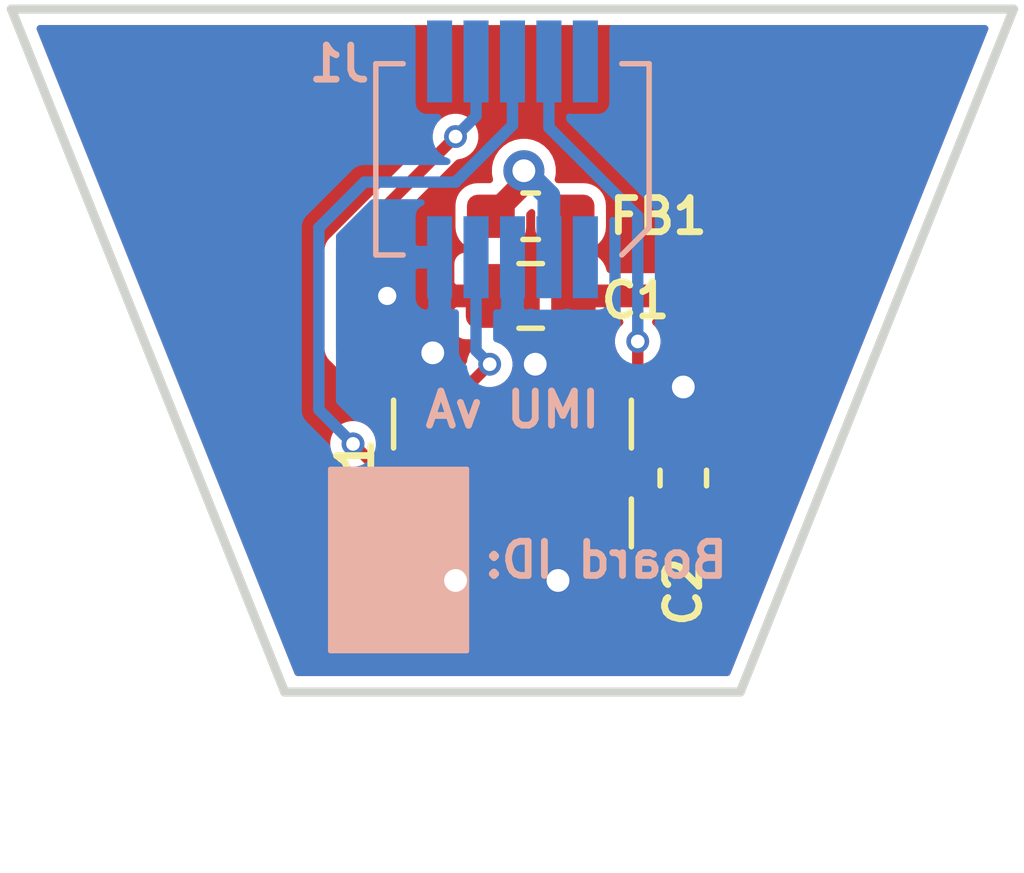
<source format=kicad_pcb>
(kicad_pcb (version 20171130) (host pcbnew "(5.1.6)-1")

  (general
    (thickness 1.6)
    (drawings 4)
    (tracks 62)
    (zones 0)
    (modules 7)
    (nets 8)
  )

  (page A4)
  (title_block
    (title IMU)
    (date 2021-04-10)
    (rev vA)
    (comment 1 "Matthew Jackson")
  )

  (layers
    (0 F.Cu signal)
    (31 B.Cu signal)
    (34 B.Paste user)
    (35 F.Paste user)
    (36 B.SilkS user)
    (37 F.SilkS user)
    (38 B.Mask user)
    (39 F.Mask user)
    (44 Edge.Cuts user)
    (45 Margin user hide)
    (46 B.CrtYd user hide)
    (47 F.CrtYd user hide)
    (48 B.Fab user hide)
    (49 F.Fab user hide)
  )

  (setup
    (last_trace_width 0.25)
    (user_trace_width 0.25)
    (user_trace_width 0.5)
    (trace_clearance 0.2)
    (zone_clearance 0.508)
    (zone_45_only no)
    (trace_min 0.15)
    (via_size 0.8)
    (via_drill 0.4)
    (via_min_size 0.4)
    (via_min_drill 0.3)
    (user_via 0.5 0.3)
    (user_via 0.9 0.5)
    (uvia_size 0.3)
    (uvia_drill 0.1)
    (uvias_allowed no)
    (uvia_min_size 0.2)
    (uvia_min_drill 0.1)
    (edge_width 0.2)
    (segment_width 0.2)
    (pcb_text_width 0.3)
    (pcb_text_size 1.5 1.5)
    (mod_edge_width 0.15)
    (mod_text_size 0.75 0.75)
    (mod_text_width 0.15)
    (pad_size 1.524 1.524)
    (pad_drill 0.762)
    (pad_to_mask_clearance 0)
    (aux_axis_origin 0 0)
    (visible_elements 7FFFFFFF)
    (pcbplotparams
      (layerselection 0x010fc_ffffffff)
      (usegerberextensions true)
      (usegerberattributes true)
      (usegerberadvancedattributes true)
      (creategerberjobfile true)
      (excludeedgelayer true)
      (linewidth 0.100000)
      (plotframeref true)
      (viasonmask false)
      (mode 1)
      (useauxorigin false)
      (hpglpennumber 1)
      (hpglpenspeed 20)
      (hpglpendiameter 15.000000)
      (psnegative false)
      (psa4output false)
      (plotreference true)
      (plotvalue true)
      (plotinvisibletext false)
      (padsonsilk false)
      (subtractmaskfromsilk true)
      (outputformat 4)
      (mirror false)
      (drillshape 2)
      (scaleselection 1)
      (outputdirectory "Outputs/"))
  )

  (net 0 "")
  (net 1 "Net-(C1-Pad2)")
  (net 2 GND)
  (net 3 +3V3)
  (net 4 /MISO)
  (net 5 "/GPIO(CS)")
  (net 6 /MOSI)
  (net 7 /SCK)

  (net_class Default "This is the default net class."
    (clearance 0.2)
    (trace_width 0.25)
    (via_dia 0.8)
    (via_drill 0.4)
    (uvia_dia 0.3)
    (uvia_drill 0.1)
    (add_net +3V3)
    (add_net "/GPIO(CS)")
    (add_net /MISO)
    (add_net /MOSI)
    (add_net /SCK)
    (add_net GND)
    (add_net "Net-(C1-Pad2)")
  )

  (module USER_Connector_Molex:Molex_SlimStack_533071071_2x05_P0.8mm_Vertical_Female (layer B.Cu) (tedit 6070677A) (tstamp 6071248C)
    (at 150 100 180)
    (path /606E67B1)
    (fp_text reference J1 (at 3.8 2.1) (layer B.SilkS)
      (effects (font (size 0.75 0.75) (thickness 0.15)) (justify mirror))
    )
    (fp_text value Conn_01x10 (at 0 0) (layer B.Fab)
      (effects (font (size 1 1) (thickness 0.15)) (justify mirror))
    )
    (fp_line (start -3 -1.5) (end -3 2.1) (layer B.SilkS) (width 0.12))
    (fp_line (start -2.4 2.1) (end -3 2.1) (layer B.SilkS) (width 0.12))
    (fp_line (start 3 2.1) (end 3 -2.1) (layer B.SilkS) (width 0.12))
    (fp_line (start -2.4 -2.1) (end -3 -1.5) (layer B.SilkS) (width 0.12))
    (fp_line (start 2.4 2.1) (end 3 2.1) (layer B.SilkS) (width 0.12))
    (fp_line (start 2.4 -2.1) (end 3 -2.1) (layer B.SilkS) (width 0.12))
    (pad 5 smd rect (at 0 -2.15) (size 0.55 1.8) (layers B.Cu B.Paste B.Mask)
      (net 2 GND))
    (pad 3 smd rect (at -0.8 -2.15) (size 0.55 1.8) (layers B.Cu B.Paste B.Mask)
      (net 3 +3V3))
    (pad 1 smd rect (at -1.6 -2.15) (size 0.55 1.8) (layers B.Cu B.Paste B.Mask))
    (pad 8 smd rect (at 0.8 2.15) (size 0.55 1.8) (layers B.Cu B.Paste B.Mask)
      (net 6 /MOSI))
    (pad 7 smd rect (at 0.8 -2.15) (size 0.55 1.8) (layers B.Cu B.Paste B.Mask)
      (net 4 /MISO))
    (pad 6 smd rect (at 0 2.15) (size 0.55 1.8) (layers B.Cu B.Paste B.Mask)
      (net 7 /SCK))
    (pad 10 smd rect (at 1.6 2.15) (size 0.55 1.8) (layers B.Cu B.Paste B.Mask))
    (pad 9 smd rect (at 1.6 -2.15) (size 0.55 1.8) (layers B.Cu B.Paste B.Mask)
      (net 2 GND))
    (pad 4 smd rect (at -0.8 2.15) (size 0.55 1.8) (layers B.Cu B.Paste B.Mask)
      (net 5 "/GPIO(CS)"))
    (pad 2 smd rect (at -1.6 2.15) (size 0.55 1.8) (layers B.Cu B.Paste B.Mask))
    (model "${KICAD_USER_3DMOD_DIR}/Molex 533071071.step"
      (offset (xyz 0 0 1.8))
      (scale (xyz 1 1 1))
      (rotate (xyz 90 180 0))
    )
  )

  (module USER_Package_LGA:LGA-14_3x5mm_P0.8mm_LayoutBorder1x6y (layer F.Cu) (tedit 5D9F7937) (tstamp 606C970C)
    (at 150 106.9 90)
    (descr "LGA, 14 Pin (http://www.st.com/resource/en/datasheet/lsm303dlhc.pdf), generated with kicad-footprint-generator ipc_noLead_generator.py")
    (tags "LGA NoLead")
    (path /606E7695)
    (attr smd)
    (fp_text reference U1 (at 0 -3.45 90) (layer F.SilkS)
      (effects (font (size 0.75 0.75) (thickness 0.15)))
    )
    (fp_text value ADXL343 (at 0 3.45 90) (layer F.Fab)
      (effects (font (size 1 1) (thickness 0.15)))
    )
    (fp_line (start 0.56 -2.61) (end 1.61 -2.61) (layer F.SilkS) (width 0.12))
    (fp_line (start -0.56 2.61) (end -1.61 2.61) (layer F.SilkS) (width 0.12))
    (fp_line (start 0.56 2.61) (end 1.61 2.61) (layer F.SilkS) (width 0.12))
    (fp_line (start -0.75 -2.5) (end 1.5 -2.5) (layer F.Fab) (width 0.1))
    (fp_line (start 1.5 -2.5) (end 1.5 2.5) (layer F.Fab) (width 0.1))
    (fp_line (start 1.5 2.5) (end -1.5 2.5) (layer F.Fab) (width 0.1))
    (fp_line (start -1.5 2.5) (end -1.5 -1.75) (layer F.Fab) (width 0.1))
    (fp_line (start -1.5 -1.75) (end -0.75 -2.5) (layer F.Fab) (width 0.1))
    (fp_line (start -1.75 -2.75) (end -1.75 2.75) (layer F.CrtYd) (width 0.05))
    (fp_line (start -1.75 2.75) (end 1.75 2.75) (layer F.CrtYd) (width 0.05))
    (fp_line (start 1.75 2.75) (end 1.75 -2.75) (layer F.CrtYd) (width 0.05))
    (fp_line (start 1.75 -2.75) (end -1.75 -2.75) (layer F.CrtYd) (width 0.05))
    (fp_text user %R (at 0 0 90) (layer F.Fab)
      (effects (font (size 0.75 0.75) (thickness 0.15)))
    )
    (pad 1 smd roundrect (at -1 -2 90) (size 0.95 0.6) (layers F.Cu F.Paste F.Mask) (roundrect_rratio 0.25)
      (net 1 "Net-(C1-Pad2)"))
    (pad 2 smd roundrect (at -1 -1.2 90) (size 0.95 0.6) (layers F.Cu F.Paste F.Mask) (roundrect_rratio 0.25)
      (net 2 GND))
    (pad 3 smd roundrect (at -1 -0.4 90) (size 0.95 0.6) (layers F.Cu F.Paste F.Mask) (roundrect_rratio 0.25)
      (net 1 "Net-(C1-Pad2)"))
    (pad 4 smd roundrect (at -1 0.4 90) (size 0.95 0.6) (layers F.Cu F.Paste F.Mask) (roundrect_rratio 0.25)
      (net 2 GND))
    (pad 5 smd roundrect (at -1 1.2 90) (size 0.95 0.6) (layers F.Cu F.Paste F.Mask) (roundrect_rratio 0.25)
      (net 2 GND))
    (pad 6 smd roundrect (at -1 2 90) (size 0.95 0.6) (layers F.Cu F.Paste F.Mask) (roundrect_rratio 0.25)
      (net 1 "Net-(C1-Pad2)"))
    (pad 7 smd roundrect (at 0 2 90) (size 0.6 0.95) (layers F.Cu F.Paste F.Mask) (roundrect_rratio 0.25)
      (net 5 "/GPIO(CS)"))
    (pad 8 smd roundrect (at 1 2 90) (size 0.95 0.6) (layers F.Cu F.Paste F.Mask) (roundrect_rratio 0.25))
    (pad 9 smd roundrect (at 1 1.2 90) (size 0.95 0.6) (layers F.Cu F.Paste F.Mask) (roundrect_rratio 0.25))
    (pad 10 smd roundrect (at 1 0.4 90) (size 0.95 0.6) (layers F.Cu F.Paste F.Mask) (roundrect_rratio 0.25))
    (pad 11 smd roundrect (at 1 -0.4 90) (size 0.95 0.6) (layers F.Cu F.Paste F.Mask) (roundrect_rratio 0.25)
      (net 2 GND))
    (pad 12 smd roundrect (at 1 -1.2 90) (size 0.95 0.6) (layers F.Cu F.Paste F.Mask) (roundrect_rratio 0.25)
      (net 4 /MISO))
    (pad 13 smd roundrect (at 1 -2 90) (size 0.95 0.6) (layers F.Cu F.Paste F.Mask) (roundrect_rratio 0.25)
      (net 6 /MOSI))
    (pad 14 smd roundrect (at 0 -2 90) (size 0.6 0.95) (layers F.Cu F.Paste F.Mask) (roundrect_rratio 0.25)
      (net 7 /SCK))
    (model ${KISYS3DMOD}/Package_LGA.3dshapes/LGA-14_3x5mm_P0.8mm_LayoutBorder1x6y.wrl
      (at (xyz 0 0 0))
      (scale (xyz 1 1 1))
      (rotate (xyz 0 0 0))
    )
  )

  (module USER_PCB_Texts:Board_Number (layer B.Cu) (tedit 605B5AFC) (tstamp 60712710)
    (at 145.5 108.8)
    (path /606D76A9)
    (fp_text reference T2 (at 2.5 0) (layer B.Fab)
      (effects (font (size 0.75 0.75) (thickness 0.15)) (justify mirror))
    )
    (fp_text value "Board ID" (at 0 3) (layer B.Fab)
      (effects (font (size 1 1) (thickness 0.15)) (justify mirror))
    )
    (fp_poly (pts (xy 3.5 -2) (xy 0.5 -2) (xy 0.5 2) (xy 3.5 2)) (layer B.SilkS) (width 0.1))
    (fp_text user "Board ID:" (at 9.3 0) (layer B.SilkS)
      (effects (font (size 0.75 0.75) (thickness 0.15)) (justify left mirror))
    )
  )

  (module USER_PCB_Texts:PCB_Title_&_Version (layer F.Cu) (tedit 605B5C4B) (tstamp 606C96E7)
    (at 147.594999 110.734999)
    (path /606D74F9)
    (fp_text reference T1 (at -2.844999 4.265001) (layer F.Fab)
      (effects (font (size 0.75 0.75) (thickness 0.15)))
    )
    (fp_text value "IMU vA" (at 2.405001 -5.234999) (layer B.SilkS)
      (effects (font (size 0.75 0.75) (thickness 0.15)) (justify mirror))
    )
  )

  (module USER_Inductor_SMD:L_0603_1608Metric_Pad1.05x0.95mm_HandSolder (layer F.Cu) (tedit 5B301BBE) (tstamp 606C96E3)
    (at 150.4 101.25)
    (descr "Capacitor SMD 0603 (1608 Metric), square (rectangular) end terminal, IPC_7351 nominal with elongated pad for handsoldering. (Body size source: http://www.tortai-tech.com/upload/download/2011102023233369053.pdf), generated with kicad-footprint-generator")
    (tags "inductor handsolder")
    (path /606E76DD)
    (attr smd)
    (fp_text reference FB1 (at 2.8 0) (layer F.SilkS)
      (effects (font (size 0.75 0.75) (thickness 0.15)))
    )
    (fp_text value "1k, 600mA" (at 0 1.43) (layer F.Fab)
      (effects (font (size 1 1) (thickness 0.15)))
    )
    (fp_line (start -0.8 0.4) (end -0.8 -0.4) (layer F.Fab) (width 0.1))
    (fp_line (start -0.8 -0.4) (end 0.8 -0.4) (layer F.Fab) (width 0.1))
    (fp_line (start 0.8 -0.4) (end 0.8 0.4) (layer F.Fab) (width 0.1))
    (fp_line (start 0.8 0.4) (end -0.8 0.4) (layer F.Fab) (width 0.1))
    (fp_line (start -0.171267 -0.51) (end 0.171267 -0.51) (layer F.SilkS) (width 0.12))
    (fp_line (start -0.171267 0.51) (end 0.171267 0.51) (layer F.SilkS) (width 0.12))
    (fp_line (start -1.65 0.73) (end -1.65 -0.73) (layer F.CrtYd) (width 0.05))
    (fp_line (start -1.65 -0.73) (end 1.65 -0.73) (layer F.CrtYd) (width 0.05))
    (fp_line (start 1.65 -0.73) (end 1.65 0.73) (layer F.CrtYd) (width 0.05))
    (fp_line (start 1.65 0.73) (end -1.65 0.73) (layer F.CrtYd) (width 0.05))
    (fp_text user %R (at 0 0) (layer F.Fab)
      (effects (font (size 0.75 0.75) (thickness 0.15)))
    )
    (pad 2 smd roundrect (at 0.875 0) (size 1.05 0.95) (layers F.Cu F.Paste F.Mask) (roundrect_rratio 0.25)
      (net 1 "Net-(C1-Pad2)"))
    (pad 1 smd roundrect (at -0.875 0) (size 1.05 0.95) (layers F.Cu F.Paste F.Mask) (roundrect_rratio 0.25)
      (net 3 +3V3))
    (model ${KISYS3DMOD}/Inductor_SMD.3dshapes/L_0603_1608Metric.wrl
      (at (xyz 0 0 0))
      (scale (xyz 1 1 1))
      (rotate (xyz 0 0 0))
    )
  )

  (module USER_Capacitor_SMD:C_0603_1608Metric_Pad1.05x0.95mm_HandSolder (layer F.Cu) (tedit 5B301BBE) (tstamp 606C96D2)
    (at 153.75 107 270)
    (descr "Capacitor SMD 0603 (1608 Metric), square (rectangular) end terminal, IPC_7351 nominal with elongated pad for handsoldering. (Body size source: http://www.tortai-tech.com/upload/download/2011102023233369053.pdf), generated with kicad-footprint-generator")
    (tags "capacitor handsolder")
    (path /606E76B8)
    (attr smd)
    (fp_text reference C2 (at 2.5 0 90) (layer F.SilkS)
      (effects (font (size 0.75 0.75) (thickness 0.15)))
    )
    (fp_text value 100nF (at 0 1.43 90) (layer F.Fab)
      (effects (font (size 1 1) (thickness 0.15)))
    )
    (fp_line (start -0.8 0.4) (end -0.8 -0.4) (layer F.Fab) (width 0.1))
    (fp_line (start -0.8 -0.4) (end 0.8 -0.4) (layer F.Fab) (width 0.1))
    (fp_line (start 0.8 -0.4) (end 0.8 0.4) (layer F.Fab) (width 0.1))
    (fp_line (start 0.8 0.4) (end -0.8 0.4) (layer F.Fab) (width 0.1))
    (fp_line (start -0.171267 -0.51) (end 0.171267 -0.51) (layer F.SilkS) (width 0.12))
    (fp_line (start -0.171267 0.51) (end 0.171267 0.51) (layer F.SilkS) (width 0.12))
    (fp_line (start -1.65 0.73) (end -1.65 -0.73) (layer F.CrtYd) (width 0.05))
    (fp_line (start -1.65 -0.73) (end 1.65 -0.73) (layer F.CrtYd) (width 0.05))
    (fp_line (start 1.65 -0.73) (end 1.65 0.73) (layer F.CrtYd) (width 0.05))
    (fp_line (start 1.65 0.73) (end -1.65 0.73) (layer F.CrtYd) (width 0.05))
    (fp_text user %R (at 0 0 90) (layer F.Fab)
      (effects (font (size 0.75 0.75) (thickness 0.15)))
    )
    (pad 2 smd roundrect (at 0.875 0 270) (size 1.05 0.95) (layers F.Cu F.Paste F.Mask) (roundrect_rratio 0.25)
      (net 1 "Net-(C1-Pad2)"))
    (pad 1 smd roundrect (at -0.875 0 270) (size 1.05 0.95) (layers F.Cu F.Paste F.Mask) (roundrect_rratio 0.25)
      (net 2 GND))
    (model ${KISYS3DMOD}/Capacitor_SMD.3dshapes/C_0603_1608Metric.wrl
      (at (xyz 0 0 0))
      (scale (xyz 1 1 1))
      (rotate (xyz 0 0 0))
    )
  )

  (module USER_Capacitor_SMD:C_0805_2012Metric (layer F.Cu) (tedit 5B36C52B) (tstamp 606C96C1)
    (at 150.4 103)
    (descr "Capacitor SMD 0805 (2012 Metric), square (rectangular) end terminal, IPC_7351 nominal, (Body size source: https://docs.google.com/spreadsheets/d/1BsfQQcO9C6DZCsRaXUlFlo91Tg2WpOkGARC1WS5S8t0/edit?usp=sharing), generated with kicad-footprint-generator")
    (tags capacitor)
    (path /606E76BF)
    (attr smd)
    (fp_text reference C1 (at 2.3 0.1) (layer F.SilkS)
      (effects (font (size 0.75 0.75) (thickness 0.15)))
    )
    (fp_text value 10uF (at 0 1.65) (layer F.Fab)
      (effects (font (size 1 1) (thickness 0.15)))
    )
    (fp_line (start -1 0.6) (end -1 -0.6) (layer F.Fab) (width 0.1))
    (fp_line (start -1 -0.6) (end 1 -0.6) (layer F.Fab) (width 0.1))
    (fp_line (start 1 -0.6) (end 1 0.6) (layer F.Fab) (width 0.1))
    (fp_line (start 1 0.6) (end -1 0.6) (layer F.Fab) (width 0.1))
    (fp_line (start -0.258578 -0.71) (end 0.258578 -0.71) (layer F.SilkS) (width 0.12))
    (fp_line (start -0.258578 0.71) (end 0.258578 0.71) (layer F.SilkS) (width 0.12))
    (fp_line (start -1.68 0.95) (end -1.68 -0.95) (layer F.CrtYd) (width 0.05))
    (fp_line (start -1.68 -0.95) (end 1.68 -0.95) (layer F.CrtYd) (width 0.05))
    (fp_line (start 1.68 -0.95) (end 1.68 0.95) (layer F.CrtYd) (width 0.05))
    (fp_line (start 1.68 0.95) (end -1.68 0.95) (layer F.CrtYd) (width 0.05))
    (fp_text user %R (at 0 0) (layer F.Fab)
      (effects (font (size 0.75 0.75) (thickness 0.15)))
    )
    (pad 2 smd roundrect (at 0.9375 0) (size 0.975 1.4) (layers F.Cu F.Paste F.Mask) (roundrect_rratio 0.25)
      (net 1 "Net-(C1-Pad2)"))
    (pad 1 smd roundrect (at -0.9375 0) (size 0.975 1.4) (layers F.Cu F.Paste F.Mask) (roundrect_rratio 0.25)
      (net 2 GND))
    (model ${KISYS3DMOD}/Capacitor_SMD.3dshapes/C_0805_2012Metric.wrl
      (at (xyz 0 0 0))
      (scale (xyz 1 1 1))
      (rotate (xyz 0 0 0))
    )
  )

  (gr_line (start 161 96.7) (end 155 111.7) (layer Edge.Cuts) (width 0.2) (tstamp 607126A0))
  (gr_line (start 139 96.7) (end 161 96.7) (layer Edge.Cuts) (width 0.2) (tstamp 6071268E))
  (gr_line (start 145 111.7) (end 139 96.7) (layer Edge.Cuts) (width 0.2) (tstamp 607126A1))
  (gr_line (start 155 111.7) (end 145 111.7) (layer Edge.Cuts) (width 0.2))

  (segment (start 151.275 102.9375) (end 151.3375 103) (width 0.5) (layer F.Cu) (net 1))
  (segment (start 151.275 101.25) (end 151.275 102.9375) (width 0.5) (layer F.Cu) (net 1))
  (segment (start 154.625 107.875) (end 153.75 107.875) (width 0.5) (layer F.Cu) (net 1))
  (segment (start 155.25 107.25) (end 154.625 107.875) (width 0.5) (layer F.Cu) (net 1))
  (segment (start 155.25 104) (end 155.25 107.25) (width 0.5) (layer F.Cu) (net 1))
  (segment (start 151.3375 103) (end 154.25 103) (width 0.5) (layer F.Cu) (net 1))
  (segment (start 154.25 103) (end 155.25 104) (width 0.5) (layer F.Cu) (net 1))
  (segment (start 152.025 107.875) (end 152 107.9) (width 0.5) (layer F.Cu) (net 1))
  (segment (start 153.75 107.875) (end 152.025 107.875) (width 0.5) (layer F.Cu) (net 1))
  (segment (start 152 107.9) (end 152 109.75) (width 0.25) (layer F.Cu) (net 1))
  (segment (start 152 109.75) (end 151.5 110.25) (width 0.25) (layer F.Cu) (net 1))
  (segment (start 148 108.5) (end 148 107.9) (width 0.25) (layer F.Cu) (net 1))
  (segment (start 147.974999 109.622001) (end 147.974999 108.525001) (width 0.25) (layer F.Cu) (net 1))
  (segment (start 147.974999 108.525001) (end 148 108.5) (width 0.25) (layer F.Cu) (net 1))
  (segment (start 148.602998 110.25) (end 147.974999 109.622001) (width 0.25) (layer F.Cu) (net 1))
  (segment (start 149.5 110.25) (end 148.602998 110.25) (width 0.25) (layer F.Cu) (net 1))
  (segment (start 149.6 110.1) (end 149.75 110.25) (width 0.25) (layer F.Cu) (net 1))
  (segment (start 149.6 109.85) (end 149.6 110.1) (width 0.25) (layer F.Cu) (net 1))
  (segment (start 149.6 107.9) (end 149.6 109.85) (width 0.25) (layer F.Cu) (net 1))
  (segment (start 151.5 110.25) (end 149.75 110.25) (width 0.25) (layer F.Cu) (net 1))
  (segment (start 149.75 110.25) (end 149.5 110.25) (width 0.25) (layer F.Cu) (net 1))
  (segment (start 149.6 110.15) (end 149.5 110.25) (width 0.25) (layer F.Cu) (net 1))
  (segment (start 149.6 109.85) (end 149.6 110.15) (width 0.25) (layer F.Cu) (net 1))
  (via (at 147.25 103) (size 0.8) (drill 0.4) (layers F.Cu B.Cu) (net 2))
  (via (at 148.25 104.25) (size 0.9) (drill 0.5) (layers F.Cu B.Cu) (net 2))
  (via (at 150.5 104.5) (size 0.9) (drill 0.5) (layers F.Cu B.Cu) (net 2))
  (via (at 153.75 105) (size 0.9) (drill 0.5) (layers F.Cu B.Cu) (net 2))
  (via (at 148.75 109.25) (size 0.9) (drill 0.5) (layers F.Cu B.Cu) (net 2))
  (via (at 151 109.25) (size 0.9) (drill 0.5) (layers F.Cu B.Cu) (net 2))
  (segment (start 150.8 102.15) (end 150.8 100.8) (width 0.5) (layer B.Cu) (net 3))
  (via (at 150.25 100.25) (size 0.9) (drill 0.5) (layers F.Cu B.Cu) (net 3))
  (segment (start 150.8 100.8) (end 150.25 100.25) (width 0.5) (layer B.Cu) (net 3))
  (segment (start 150.25 100.525) (end 149.525 101.25) (width 0.5) (layer F.Cu) (net 3))
  (segment (start 150.25 100.25) (end 150.25 100.525) (width 0.5) (layer F.Cu) (net 3))
  (via (at 149.5 104.5) (size 0.5) (drill 0.3) (layers F.Cu B.Cu) (net 4))
  (segment (start 149.2 102.15) (end 149.2 104.2) (width 0.25) (layer B.Cu) (net 4))
  (segment (start 149.2 104.2) (end 149.5 104.5) (width 0.25) (layer B.Cu) (net 4))
  (segment (start 148.8 105.2) (end 148.8 105.9) (width 0.25) (layer F.Cu) (net 4))
  (segment (start 149.5 104.5) (end 148.8 105.2) (width 0.25) (layer F.Cu) (net 4))
  (segment (start 152 106.9) (end 152.6 106.9) (width 0.25) (layer F.Cu) (net 5))
  (segment (start 152.6 106.9) (end 152.75 106.75) (width 0.25) (layer F.Cu) (net 5))
  (segment (start 152.75 106.75) (end 152.75 104) (width 0.25) (layer F.Cu) (net 5))
  (segment (start 152.75 104) (end 152.75 104) (width 0.25) (layer B.Cu) (net 5))
  (segment (start 150.8 99.3) (end 150.8 97.85) (width 0.25) (layer B.Cu) (net 5))
  (segment (start 152.75 101.25) (end 150.8 99.3) (width 0.25) (layer B.Cu) (net 5))
  (segment (start 152.75 104) (end 152.75 101.25) (width 0.25) (layer B.Cu) (net 5) (tstamp 60712CCE))
  (via (at 152.75 104) (size 0.5) (drill 0.3) (layers F.Cu B.Cu) (net 5))
  (segment (start 149.2 99.05) (end 148.75 99.5) (width 0.25) (layer B.Cu) (net 6))
  (segment (start 149.2 97.85) (end 149.2 99.05) (width 0.25) (layer B.Cu) (net 6))
  (segment (start 146.25 102) (end 148.75 99.5) (width 0.25) (layer F.Cu) (net 6))
  (segment (start 148 105.9) (end 146.25 104.15) (width 0.25) (layer F.Cu) (net 6))
  (segment (start 146.25 104.15) (end 146.25 102) (width 0.25) (layer F.Cu) (net 6))
  (via (at 148.75 99.5) (size 0.5) (drill 0.3) (layers F.Cu B.Cu) (net 6))
  (via (at 146.5 106.25) (size 0.5) (drill 0.3) (layers F.Cu B.Cu) (net 7))
  (segment (start 147.15 106.9) (end 148 106.9) (width 0.25) (layer F.Cu) (net 7))
  (segment (start 146.5 106.25) (end 147.15 106.9) (width 0.25) (layer F.Cu) (net 7))
  (segment (start 145.75 105.5) (end 146.5 106.25) (width 0.25) (layer B.Cu) (net 7))
  (segment (start 150 99.25) (end 148.75 100.5) (width 0.25) (layer B.Cu) (net 7))
  (segment (start 150 97.85) (end 150 99.25) (width 0.25) (layer B.Cu) (net 7))
  (segment (start 148.75 100.5) (end 146.75 100.5) (width 0.25) (layer B.Cu) (net 7))
  (segment (start 146.75 100.5) (end 145.75 101.5) (width 0.25) (layer B.Cu) (net 7))
  (segment (start 145.75 101.5) (end 145.75 105.5) (width 0.25) (layer B.Cu) (net 7))

  (zone (net 2) (net_name GND) (layer F.Cu) (tstamp 6071B7C8) (hatch edge 0.508)
    (connect_pads (clearance 0.25))
    (min_thickness 0.15)
    (fill yes (arc_segments 32) (thermal_gap 0.25) (thermal_bridge_width 0.5))
    (polygon
      (pts
        (xy 155 112) (xy 145 112) (xy 138.75 96.5) (xy 161.25 96.5)
      )
    )
    (filled_polygon
      (pts
        (xy 154.712261 111.275) (xy 145.287738 111.275) (xy 141.577739 102) (xy 145.797824 102) (xy 145.800001 102.022104)
        (xy 145.8 104.127905) (xy 145.797824 104.15) (xy 145.8 104.172094) (xy 145.8 104.172104) (xy 145.806511 104.238214)
        (xy 145.816871 104.272365) (xy 145.832243 104.32304) (xy 145.874029 104.401216) (xy 145.882704 104.411786) (xy 145.930263 104.469737)
        (xy 145.947434 104.483829) (xy 147.373428 105.909824) (xy 147.373428 106.225) (xy 147.382585 106.317975) (xy 147.396784 106.364781)
        (xy 147.338013 106.413013) (xy 147.320612 106.434216) (xy 147.073817 106.187422) (xy 147.052903 106.082279) (xy 147.009558 105.977635)
        (xy 146.946632 105.883459) (xy 146.866541 105.803368) (xy 146.772365 105.740442) (xy 146.667721 105.697097) (xy 146.556633 105.675)
        (xy 146.443367 105.675) (xy 146.332279 105.697097) (xy 146.227635 105.740442) (xy 146.133459 105.803368) (xy 146.053368 105.883459)
        (xy 145.990442 105.977635) (xy 145.947097 106.082279) (xy 145.925 106.193367) (xy 145.925 106.306633) (xy 145.947097 106.417721)
        (xy 145.990442 106.522365) (xy 146.053368 106.616541) (xy 146.133459 106.696632) (xy 146.227635 106.759558) (xy 146.332279 106.802903)
        (xy 146.437422 106.823817) (xy 146.816176 107.202572) (xy 146.830263 107.219737) (xy 146.847428 107.233824) (xy 146.847432 107.233828)
        (xy 146.898783 107.275971) (xy 146.943738 107.3) (xy 146.976959 107.317757) (xy 147.061785 107.343489) (xy 147.127895 107.35)
        (xy 147.127906 107.35) (xy 147.15 107.352176) (xy 147.172094 107.35) (xy 147.307658 107.35) (xy 147.338013 107.386987)
        (xy 147.396784 107.435219) (xy 147.382585 107.482025) (xy 147.373428 107.575) (xy 147.373428 108.225) (xy 147.382585 108.317975)
        (xy 147.409705 108.407376) (xy 147.453745 108.489769) (xy 147.513013 108.561987) (xy 147.525 108.571824) (xy 147.524999 109.599906)
        (xy 147.522823 109.622001) (xy 147.524999 109.644095) (xy 147.524999 109.644105) (xy 147.53151 109.710215) (xy 147.550868 109.774029)
        (xy 147.557242 109.795041) (xy 147.599028 109.873217) (xy 147.639918 109.923041) (xy 147.655262 109.941738) (xy 147.672432 109.955829)
        (xy 148.269174 110.552572) (xy 148.283261 110.569737) (xy 148.300426 110.583824) (xy 148.30043 110.583828) (xy 148.351781 110.625971)
        (xy 148.429957 110.667757) (xy 148.514783 110.693489) (xy 148.580893 110.7) (xy 148.580904 110.7) (xy 148.602998 110.702176)
        (xy 148.625092 110.7) (xy 149.477906 110.7) (xy 149.5 110.702176) (xy 149.522094 110.7) (xy 149.727905 110.7)
        (xy 149.749999 110.702176) (xy 149.772094 110.7) (xy 151.477906 110.7) (xy 151.5 110.702176) (xy 151.522094 110.7)
        (xy 151.522105 110.7) (xy 151.588215 110.693489) (xy 151.673041 110.667757) (xy 151.751216 110.625971) (xy 151.819737 110.569737)
        (xy 151.833828 110.552567) (xy 152.302572 110.083824) (xy 152.319737 110.069737) (xy 152.333824 110.052572) (xy 152.333828 110.052568)
        (xy 152.375971 110.001217) (xy 152.417757 109.923041) (xy 152.425115 109.898784) (xy 152.443489 109.838215) (xy 152.45 109.772105)
        (xy 152.45 109.772094) (xy 152.452176 109.75) (xy 152.45 109.727906) (xy 152.45 108.592342) (xy 152.486987 108.561987)
        (xy 152.546255 108.489769) (xy 152.567512 108.45) (xy 153.029657 108.45) (xy 153.043491 108.475882) (xy 153.113641 108.561359)
        (xy 153.199118 108.631509) (xy 153.296639 108.683635) (xy 153.402455 108.715734) (xy 153.5125 108.726572) (xy 153.9875 108.726572)
        (xy 154.097545 108.715734) (xy 154.203361 108.683635) (xy 154.300882 108.631509) (xy 154.386359 108.561359) (xy 154.456509 108.475882)
        (xy 154.470343 108.45) (xy 154.596757 108.45) (xy 154.625 108.452782) (xy 154.653243 108.45) (xy 154.653246 108.45)
        (xy 154.73772 108.44168) (xy 154.846108 108.408801) (xy 154.945998 108.355408) (xy 155.033554 108.283554) (xy 155.051565 108.261607)
        (xy 155.636612 107.676561) (xy 155.658554 107.658554) (xy 155.692782 107.616847) (xy 155.730408 107.570999) (xy 155.761202 107.513387)
        (xy 155.783801 107.471108) (xy 155.81668 107.36272) (xy 155.825 107.278246) (xy 155.825 107.278244) (xy 155.827782 107.250001)
        (xy 155.825 107.221758) (xy 155.825 104.028243) (xy 155.827782 104) (xy 155.825 103.971754) (xy 155.81668 103.88728)
        (xy 155.783801 103.778892) (xy 155.730408 103.679002) (xy 155.658554 103.591446) (xy 155.636613 103.57344) (xy 154.676565 102.613393)
        (xy 154.658554 102.591446) (xy 154.570998 102.519592) (xy 154.471108 102.466199) (xy 154.36272 102.43332) (xy 154.278246 102.425)
        (xy 154.278243 102.425) (xy 154.25 102.422218) (xy 154.221757 102.425) (xy 152.138342 102.425) (xy 152.108159 102.325497)
        (xy 152.055455 102.226896) (xy 151.984529 102.140471) (xy 151.898104 102.069545) (xy 151.85 102.043833) (xy 151.85 101.970343)
        (xy 151.875882 101.956509) (xy 151.961359 101.886359) (xy 152.031509 101.800882) (xy 152.083635 101.703361) (xy 152.115734 101.597545)
        (xy 152.126572 101.4875) (xy 152.126572 101.0125) (xy 152.115734 100.902455) (xy 152.083635 100.796639) (xy 152.031509 100.699118)
        (xy 151.961359 100.613641) (xy 151.875882 100.543491) (xy 151.778361 100.491365) (xy 151.672545 100.459266) (xy 151.5625 100.448428)
        (xy 151.000713 100.448428) (xy 151.025 100.326331) (xy 151.025 100.173669) (xy 150.995217 100.023941) (xy 150.936796 99.8829)
        (xy 150.851982 99.755966) (xy 150.744034 99.648018) (xy 150.6171 99.563204) (xy 150.476059 99.504783) (xy 150.326331 99.475)
        (xy 150.173669 99.475) (xy 150.023941 99.504783) (xy 149.8829 99.563204) (xy 149.755966 99.648018) (xy 149.648018 99.755966)
        (xy 149.563204 99.8829) (xy 149.504783 100.023941) (xy 149.475 100.173669) (xy 149.475 100.326331) (xy 149.499287 100.448428)
        (xy 149.2375 100.448428) (xy 149.127455 100.459266) (xy 149.021639 100.491365) (xy 148.924118 100.543491) (xy 148.838641 100.613641)
        (xy 148.768491 100.699118) (xy 148.716365 100.796639) (xy 148.684266 100.902455) (xy 148.673428 101.0125) (xy 148.673428 101.4875)
        (xy 148.684266 101.597545) (xy 148.716365 101.703361) (xy 148.768491 101.800882) (xy 148.838641 101.886359) (xy 148.924118 101.956509)
        (xy 148.958762 101.975026) (xy 148.911289 101.979702) (xy 148.850026 101.998286) (xy 148.793566 102.028464) (xy 148.744078 102.069078)
        (xy 148.703464 102.118566) (xy 148.673286 102.175026) (xy 148.654702 102.236289) (xy 148.648427 102.3) (xy 148.65 102.74375)
        (xy 148.73125 102.825) (xy 149.2875 102.825) (xy 149.2875 102.805) (xy 149.6375 102.805) (xy 149.6375 102.825)
        (xy 150.19375 102.825) (xy 150.275 102.74375) (xy 150.276573 102.3) (xy 150.270298 102.236289) (xy 150.251714 102.175026)
        (xy 150.221536 102.118566) (xy 150.180922 102.069078) (xy 150.131434 102.028464) (xy 150.074974 101.998286) (xy 150.057589 101.993012)
        (xy 150.125882 101.956509) (xy 150.211359 101.886359) (xy 150.281509 101.800882) (xy 150.333635 101.703361) (xy 150.365734 101.597545)
        (xy 150.376572 101.4875) (xy 150.376572 101.211601) (xy 150.423428 101.164745) (xy 150.423428 101.4875) (xy 150.434266 101.597545)
        (xy 150.466365 101.703361) (xy 150.518491 101.800882) (xy 150.588641 101.886359) (xy 150.674118 101.956509) (xy 150.7 101.970343)
        (xy 150.700001 102.13265) (xy 150.690471 102.140471) (xy 150.619545 102.226896) (xy 150.566841 102.325497) (xy 150.534387 102.432486)
        (xy 150.523428 102.54375) (xy 150.523428 103.45625) (xy 150.534387 103.567514) (xy 150.566841 103.674503) (xy 150.619545 103.773104)
        (xy 150.690471 103.859529) (xy 150.776896 103.930455) (xy 150.875497 103.983159) (xy 150.982486 104.015613) (xy 151.09375 104.026572)
        (xy 151.58125 104.026572) (xy 151.692514 104.015613) (xy 151.799503 103.983159) (xy 151.898104 103.930455) (xy 151.984529 103.859529)
        (xy 152.055455 103.773104) (xy 152.108159 103.674503) (xy 152.138342 103.575) (xy 152.361827 103.575) (xy 152.303368 103.633459)
        (xy 152.240442 103.727635) (xy 152.197097 103.832279) (xy 152.175 103.943367) (xy 152.175 104.056633) (xy 152.197097 104.167721)
        (xy 152.240442 104.272365) (xy 152.300001 104.361502) (xy 152.300001 105.124884) (xy 152.242975 105.107585) (xy 152.15 105.098428)
        (xy 151.85 105.098428) (xy 151.757025 105.107585) (xy 151.667624 105.134705) (xy 151.6 105.170851) (xy 151.532376 105.134705)
        (xy 151.442975 105.107585) (xy 151.35 105.098428) (xy 151.05 105.098428) (xy 150.957025 105.107585) (xy 150.867624 105.134705)
        (xy 150.8 105.170851) (xy 150.732376 105.134705) (xy 150.642975 105.107585) (xy 150.55 105.098428) (xy 150.25 105.098428)
        (xy 150.157025 105.107585) (xy 150.067624 105.134705) (xy 150.056981 105.140394) (xy 150.024974 105.123286) (xy 149.963711 105.104702)
        (xy 149.9 105.098427) (xy 149.85625 105.1) (xy 149.775 105.18125) (xy 149.775 105.559039) (xy 149.773428 105.575)
        (xy 149.773428 106.225) (xy 149.775 106.240961) (xy 149.775 106.61875) (xy 149.85625 106.7) (xy 149.9 106.701573)
        (xy 149.963711 106.695298) (xy 150.024974 106.676714) (xy 150.056981 106.659606) (xy 150.067624 106.665295) (xy 150.157025 106.692415)
        (xy 150.25 106.701572) (xy 150.55 106.701572) (xy 150.642975 106.692415) (xy 150.732376 106.665295) (xy 150.8 106.629149)
        (xy 150.867624 106.665295) (xy 150.957025 106.692415) (xy 151.05 106.701572) (xy 151.203198 106.701572) (xy 151.198428 106.75)
        (xy 151.198428 107.05) (xy 151.207585 107.142975) (xy 151.234705 107.232376) (xy 151.278745 107.314769) (xy 151.338013 107.386987)
        (xy 151.375 107.417342) (xy 151.375 107.559039) (xy 151.373428 107.575) (xy 151.373428 108.225) (xy 151.375 108.240961)
        (xy 151.375 108.61875) (xy 151.45625 108.7) (xy 151.5 108.701573) (xy 151.55 108.696648) (xy 151.550001 109.563603)
        (xy 151.313605 109.8) (xy 150.05 109.8) (xy 150.05 108.696648) (xy 150.1 108.701573) (xy 150.14375 108.7)
        (xy 150.225 108.61875) (xy 150.225 108.375) (xy 150.573427 108.375) (xy 150.575 108.390971) (xy 150.575 108.61875)
        (xy 150.65625 108.7) (xy 150.7 108.701573) (xy 150.763711 108.695298) (xy 150.8 108.68429) (xy 150.836289 108.695298)
        (xy 150.9 108.701573) (xy 150.94375 108.7) (xy 151.025 108.61875) (xy 151.025 108.390971) (xy 151.026573 108.375)
        (xy 151.025 108.15625) (xy 151.025 108.075) (xy 150.575 108.075) (xy 150.575 108.15625) (xy 150.573427 108.375)
        (xy 150.225 108.375) (xy 150.225 108.240961) (xy 150.226572 108.225) (xy 150.226572 107.575) (xy 150.225 107.559039)
        (xy 150.225 107.425) (xy 150.573427 107.425) (xy 150.575 107.64375) (xy 150.575 107.725) (xy 151.025 107.725)
        (xy 151.025 107.64375) (xy 151.026573 107.425) (xy 151.025 107.409029) (xy 151.025 107.18125) (xy 150.94375 107.1)
        (xy 150.9 107.098427) (xy 150.836289 107.104702) (xy 150.8 107.11571) (xy 150.763711 107.104702) (xy 150.7 107.098427)
        (xy 150.65625 107.1) (xy 150.575 107.18125) (xy 150.575 107.409029) (xy 150.573427 107.425) (xy 150.225 107.425)
        (xy 150.225 107.18125) (xy 150.14375 107.1) (xy 150.1 107.098427) (xy 150.036289 107.104702) (xy 149.975026 107.123286)
        (xy 149.943019 107.140394) (xy 149.932376 107.134705) (xy 149.842975 107.107585) (xy 149.75 107.098428) (xy 149.45 107.098428)
        (xy 149.357025 107.107585) (xy 149.267624 107.134705) (xy 149.256981 107.140394) (xy 149.224974 107.123286) (xy 149.163711 107.104702)
        (xy 149.1 107.098427) (xy 149.05625 107.1) (xy 148.975 107.18125) (xy 148.975 107.559039) (xy 148.973428 107.575)
        (xy 148.973428 108.225) (xy 148.975 108.240961) (xy 148.975 108.61875) (xy 149.05625 108.7) (xy 149.1 108.701573)
        (xy 149.15 108.696648) (xy 149.150001 109.8) (xy 148.789394 109.8) (xy 148.424999 109.435606) (xy 148.424999 108.691873)
        (xy 148.436289 108.695298) (xy 148.5 108.701573) (xy 148.54375 108.7) (xy 148.625 108.61875) (xy 148.625 108.240961)
        (xy 148.626572 108.225) (xy 148.626572 107.575) (xy 148.625 107.559039) (xy 148.625 107.417342) (xy 148.661987 107.386987)
        (xy 148.721255 107.314769) (xy 148.765295 107.232376) (xy 148.792415 107.142975) (xy 148.801572 107.05) (xy 148.801572 106.75)
        (xy 148.796802 106.701572) (xy 148.95 106.701572) (xy 149.042975 106.692415) (xy 149.132376 106.665295) (xy 149.143019 106.659606)
        (xy 149.175026 106.676714) (xy 149.236289 106.695298) (xy 149.3 106.701573) (xy 149.34375 106.7) (xy 149.425 106.61875)
        (xy 149.425 106.240961) (xy 149.426572 106.225) (xy 149.426572 105.575) (xy 149.425 105.559039) (xy 149.425 105.211395)
        (xy 149.562578 105.073817) (xy 149.667721 105.052903) (xy 149.772365 105.009558) (xy 149.866541 104.946632) (xy 149.946632 104.866541)
        (xy 150.009558 104.772365) (xy 150.052903 104.667721) (xy 150.075 104.556633) (xy 150.075 104.443367) (xy 150.052903 104.332279)
        (xy 150.009558 104.227635) (xy 149.946632 104.133459) (xy 149.866541 104.053368) (xy 149.825168 104.025724) (xy 149.95 104.026573)
        (xy 150.013711 104.020298) (xy 150.074974 104.001714) (xy 150.131434 103.971536) (xy 150.180922 103.930922) (xy 150.221536 103.881434)
        (xy 150.251714 103.824974) (xy 150.270298 103.763711) (xy 150.276573 103.7) (xy 150.275 103.25625) (xy 150.19375 103.175)
        (xy 149.6375 103.175) (xy 149.6375 103.195) (xy 149.2875 103.195) (xy 149.2875 103.175) (xy 148.73125 103.175)
        (xy 148.65 103.25625) (xy 148.648427 103.7) (xy 148.654702 103.763711) (xy 148.673286 103.824974) (xy 148.703464 103.881434)
        (xy 148.744078 103.930922) (xy 148.793566 103.971536) (xy 148.850026 104.001714) (xy 148.911289 104.020298) (xy 148.975 104.026573)
        (xy 149.175603 104.025208) (xy 149.133459 104.053368) (xy 149.053368 104.133459) (xy 148.990442 104.227635) (xy 148.947097 104.332279)
        (xy 148.926183 104.437422) (xy 148.497433 104.866172) (xy 148.480263 104.880263) (xy 148.466172 104.897433) (xy 148.424029 104.948784)
        (xy 148.391545 105.009558) (xy 148.382243 105.02696) (xy 148.356511 105.111786) (xy 148.35316 105.145814) (xy 148.332376 105.134705)
        (xy 148.242975 105.107585) (xy 148.15 105.098428) (xy 147.85 105.098428) (xy 147.836184 105.099789) (xy 146.7 103.963605)
        (xy 146.7 102.186395) (xy 148.812579 100.073817) (xy 148.917721 100.052903) (xy 149.022365 100.009558) (xy 149.116541 99.946632)
        (xy 149.196632 99.866541) (xy 149.259558 99.772365) (xy 149.302903 99.667721) (xy 149.325 99.556633) (xy 149.325 99.443367)
        (xy 149.302903 99.332279) (xy 149.259558 99.227635) (xy 149.196632 99.133459) (xy 149.116541 99.053368) (xy 149.022365 98.990442)
        (xy 148.917721 98.947097) (xy 148.806633 98.925) (xy 148.693367 98.925) (xy 148.582279 98.947097) (xy 148.477635 98.990442)
        (xy 148.383459 99.053368) (xy 148.303368 99.133459) (xy 148.240442 99.227635) (xy 148.197097 99.332279) (xy 148.176183 99.437421)
        (xy 145.947429 101.666176) (xy 145.930264 101.680263) (xy 145.916177 101.697428) (xy 145.916172 101.697433) (xy 145.874029 101.748784)
        (xy 145.832243 101.82696) (xy 145.806512 101.911785) (xy 145.797824 102) (xy 141.577739 102) (xy 139.627739 97.125)
        (xy 160.372261 97.125)
      )
    )
    (filled_polygon
      (pts
        (xy 154.675 104.238173) (xy 154.675001 107.011826) (xy 154.436766 107.250062) (xy 154.386359 107.188641) (xy 154.300882 107.118491)
        (xy 154.203361 107.066365) (xy 154.097545 107.034266) (xy 153.9875 107.023428) (xy 153.5125 107.023428) (xy 153.402455 107.034266)
        (xy 153.296639 107.066365) (xy 153.199118 107.118491) (xy 153.113641 107.188641) (xy 153.043491 107.274118) (xy 153.029657 107.3)
        (xy 152.806262 107.3) (xy 152.851216 107.275971) (xy 152.919737 107.219737) (xy 152.933829 107.202566) (xy 153.052567 107.083828)
        (xy 153.069737 107.069737) (xy 153.125971 107.001216) (xy 153.152095 106.952342) (xy 153.211289 106.970298) (xy 153.275 106.976573)
        (xy 153.49375 106.975) (xy 153.575 106.89375) (xy 153.575 106.3) (xy 153.925 106.3) (xy 153.925 106.89375)
        (xy 154.00625 106.975) (xy 154.225 106.976573) (xy 154.288711 106.970298) (xy 154.349974 106.951714) (xy 154.406434 106.921536)
        (xy 154.455922 106.880922) (xy 154.496536 106.831434) (xy 154.526714 106.774974) (xy 154.545298 106.713711) (xy 154.551573 106.65)
        (xy 154.55 106.38125) (xy 154.46875 106.3) (xy 153.925 106.3) (xy 153.575 106.3) (xy 153.555 106.3)
        (xy 153.555 105.95) (xy 153.575 105.95) (xy 153.575 105.35625) (xy 153.925 105.35625) (xy 153.925 105.95)
        (xy 154.46875 105.95) (xy 154.55 105.86875) (xy 154.551573 105.6) (xy 154.545298 105.536289) (xy 154.526714 105.475026)
        (xy 154.496536 105.418566) (xy 154.455922 105.369078) (xy 154.406434 105.328464) (xy 154.349974 105.298286) (xy 154.288711 105.279702)
        (xy 154.225 105.273427) (xy 154.00625 105.275) (xy 153.925 105.35625) (xy 153.575 105.35625) (xy 153.49375 105.275)
        (xy 153.275 105.273427) (xy 153.211289 105.279702) (xy 153.2 105.283126) (xy 153.2 104.3615) (xy 153.259558 104.272365)
        (xy 153.302903 104.167721) (xy 153.325 104.056633) (xy 153.325 103.943367) (xy 153.302903 103.832279) (xy 153.259558 103.727635)
        (xy 153.196632 103.633459) (xy 153.138173 103.575) (xy 154.011828 103.575)
      )
    )
  )
  (zone (net 2) (net_name GND) (layer B.Cu) (tstamp 6071B7C5) (hatch edge 0.508)
    (connect_pads (clearance 0.25))
    (min_thickness 0.15)
    (fill yes (arc_segments 32) (thermal_gap 0.25) (thermal_bridge_width 0.5))
    (polygon
      (pts
        (xy 155 112) (xy 145 112) (xy 138.75 96.5) (xy 161.25 96.5)
      )
    )
    (filled_polygon
      (pts
        (xy 147.798428 98.75) (xy 147.804703 98.813711) (xy 147.823287 98.874974) (xy 147.853465 98.931434) (xy 147.894079 98.980921)
        (xy 147.943566 99.021535) (xy 148.000026 99.051713) (xy 148.061289 99.070297) (xy 148.125 99.076572) (xy 148.360255 99.076572)
        (xy 148.303368 99.133459) (xy 148.240442 99.227635) (xy 148.197097 99.332279) (xy 148.175 99.443367) (xy 148.175 99.556633)
        (xy 148.197097 99.667721) (xy 148.240442 99.772365) (xy 148.303368 99.866541) (xy 148.383459 99.946632) (xy 148.477635 100.009558)
        (xy 148.567022 100.046583) (xy 148.563605 100.05) (xy 146.772094 100.05) (xy 146.75 100.047824) (xy 146.727906 100.05)
        (xy 146.727895 100.05) (xy 146.661785 100.056511) (xy 146.576959 100.082243) (xy 146.498783 100.124029) (xy 146.447432 100.166172)
        (xy 146.447428 100.166176) (xy 146.430263 100.180263) (xy 146.416176 100.197428) (xy 145.447434 101.166171) (xy 145.430263 101.180263)
        (xy 145.416172 101.197433) (xy 145.374029 101.248784) (xy 145.357126 101.280408) (xy 145.332243 101.32696) (xy 145.306511 101.411786)
        (xy 145.3 101.477896) (xy 145.3 101.477906) (xy 145.297824 101.5) (xy 145.3 101.522094) (xy 145.300001 105.477896)
        (xy 145.297824 105.5) (xy 145.306512 105.588215) (xy 145.332243 105.67304) (xy 145.374029 105.751216) (xy 145.416172 105.802567)
        (xy 145.416177 105.802572) (xy 145.430264 105.819737) (xy 145.447429 105.833824) (xy 145.926183 106.312578) (xy 145.947097 106.417721)
        (xy 145.990442 106.522365) (xy 146.053368 106.616541) (xy 146.133459 106.696632) (xy 146.227635 106.759558) (xy 146.332279 106.802903)
        (xy 146.443367 106.825) (xy 146.556633 106.825) (xy 146.667721 106.802903) (xy 146.772365 106.759558) (xy 146.866541 106.696632)
        (xy 146.946632 106.616541) (xy 147.009558 106.522365) (xy 147.052903 106.417721) (xy 147.075 106.306633) (xy 147.075 106.193367)
        (xy 147.052903 106.082279) (xy 147.009558 105.977635) (xy 146.946632 105.883459) (xy 146.866541 105.803368) (xy 146.772365 105.740442)
        (xy 146.667721 105.697097) (xy 146.562578 105.676183) (xy 146.2 105.313605) (xy 146.2 103.05) (xy 147.798427 103.05)
        (xy 147.804702 103.113711) (xy 147.823286 103.174974) (xy 147.853464 103.231434) (xy 147.894078 103.280922) (xy 147.943566 103.321536)
        (xy 148.000026 103.351714) (xy 148.061289 103.370298) (xy 148.125 103.376573) (xy 148.14375 103.375) (xy 148.225 103.29375)
        (xy 148.225 102.325) (xy 147.88125 102.325) (xy 147.8 102.40625) (xy 147.798427 103.05) (xy 146.2 103.05)
        (xy 146.2 101.686395) (xy 146.936396 100.95) (xy 147.996819 100.95) (xy 147.943566 100.978464) (xy 147.894078 101.019078)
        (xy 147.853464 101.068566) (xy 147.823286 101.125026) (xy 147.804702 101.186289) (xy 147.798427 101.25) (xy 147.8 101.89375)
        (xy 147.88125 101.975) (xy 148.225 101.975) (xy 148.225 101.955) (xy 148.575 101.955) (xy 148.575 101.975)
        (xy 148.595 101.975) (xy 148.595 102.325) (xy 148.575 102.325) (xy 148.575 103.29375) (xy 148.65625 103.375)
        (xy 148.675 103.376573) (xy 148.738711 103.370298) (xy 148.750001 103.366873) (xy 148.750001 104.177896) (xy 148.747824 104.2)
        (xy 148.756512 104.288215) (xy 148.782243 104.37304) (xy 148.824029 104.451216) (xy 148.866172 104.502567) (xy 148.866177 104.502572)
        (xy 148.880264 104.519737) (xy 148.897429 104.533824) (xy 148.926182 104.562577) (xy 148.947097 104.667721) (xy 148.990442 104.772365)
        (xy 149.053368 104.866541) (xy 149.133459 104.946632) (xy 149.227635 105.009558) (xy 149.332279 105.052903) (xy 149.443367 105.075)
        (xy 149.556633 105.075) (xy 149.667721 105.052903) (xy 149.772365 105.009558) (xy 149.866541 104.946632) (xy 149.946632 104.866541)
        (xy 150.009558 104.772365) (xy 150.052903 104.667721) (xy 150.075 104.556633) (xy 150.075 104.443367) (xy 150.052903 104.332279)
        (xy 150.009558 104.227635) (xy 149.946632 104.133459) (xy 149.866541 104.053368) (xy 149.772365 103.990442) (xy 149.667721 103.947097)
        (xy 149.65 103.943572) (xy 149.65 103.366874) (xy 149.661289 103.370298) (xy 149.725 103.376573) (xy 149.74375 103.375)
        (xy 149.825 103.29375) (xy 149.825 102.325) (xy 149.805 102.325) (xy 149.805 101.975) (xy 149.825 101.975)
        (xy 149.825 101.955) (xy 150.175 101.955) (xy 150.175 101.975) (xy 150.195 101.975) (xy 150.195 102.325)
        (xy 150.175 102.325) (xy 150.175 103.29375) (xy 150.25625 103.375) (xy 150.275 103.376573) (xy 150.338711 103.370298)
        (xy 150.399974 103.351714) (xy 150.400001 103.3517) (xy 150.400026 103.351713) (xy 150.461289 103.370297) (xy 150.525 103.376572)
        (xy 151.075 103.376572) (xy 151.138711 103.370297) (xy 151.199974 103.351713) (xy 151.2 103.351699) (xy 151.200026 103.351713)
        (xy 151.261289 103.370297) (xy 151.325 103.376572) (xy 151.875 103.376572) (xy 151.938711 103.370297) (xy 151.999974 103.351713)
        (xy 152.056434 103.321535) (xy 152.105921 103.280921) (xy 152.146535 103.231434) (xy 152.176713 103.174974) (xy 152.195297 103.113711)
        (xy 152.201572 103.05) (xy 152.201572 101.337968) (xy 152.300001 101.436397) (xy 152.3 103.638499) (xy 152.240442 103.727635)
        (xy 152.197097 103.832279) (xy 152.175 103.943367) (xy 152.175 104.056633) (xy 152.197097 104.167721) (xy 152.240442 104.272365)
        (xy 152.303368 104.366541) (xy 152.383459 104.446632) (xy 152.477635 104.509558) (xy 152.582279 104.552903) (xy 152.693367 104.575)
        (xy 152.806633 104.575) (xy 152.917721 104.552903) (xy 153.022365 104.509558) (xy 153.116541 104.446632) (xy 153.196632 104.366541)
        (xy 153.259558 104.272365) (xy 153.302903 104.167721) (xy 153.325 104.056633) (xy 153.325 103.943367) (xy 153.302903 103.832279)
        (xy 153.259558 103.727635) (xy 153.2 103.6385) (xy 153.2 101.272091) (xy 153.202176 101.249999) (xy 153.2 101.227907)
        (xy 153.2 101.227895) (xy 153.193489 101.161785) (xy 153.167757 101.076959) (xy 153.129962 101.00625) (xy 153.125971 100.998783)
        (xy 153.083828 100.947432) (xy 153.083824 100.947428) (xy 153.069737 100.930263) (xy 153.052572 100.916176) (xy 151.25 99.113605)
        (xy 151.25 99.066873) (xy 151.261289 99.070297) (xy 151.325 99.076572) (xy 151.875 99.076572) (xy 151.938711 99.070297)
        (xy 151.999974 99.051713) (xy 152.056434 99.021535) (xy 152.105921 98.980921) (xy 152.146535 98.931434) (xy 152.176713 98.874974)
        (xy 152.195297 98.813711) (xy 152.201572 98.75) (xy 152.201572 97.125) (xy 160.372261 97.125) (xy 154.712261 111.275)
        (xy 145.287738 111.275) (xy 139.627739 97.125) (xy 147.798428 97.125)
      )
    )
  )
)

</source>
